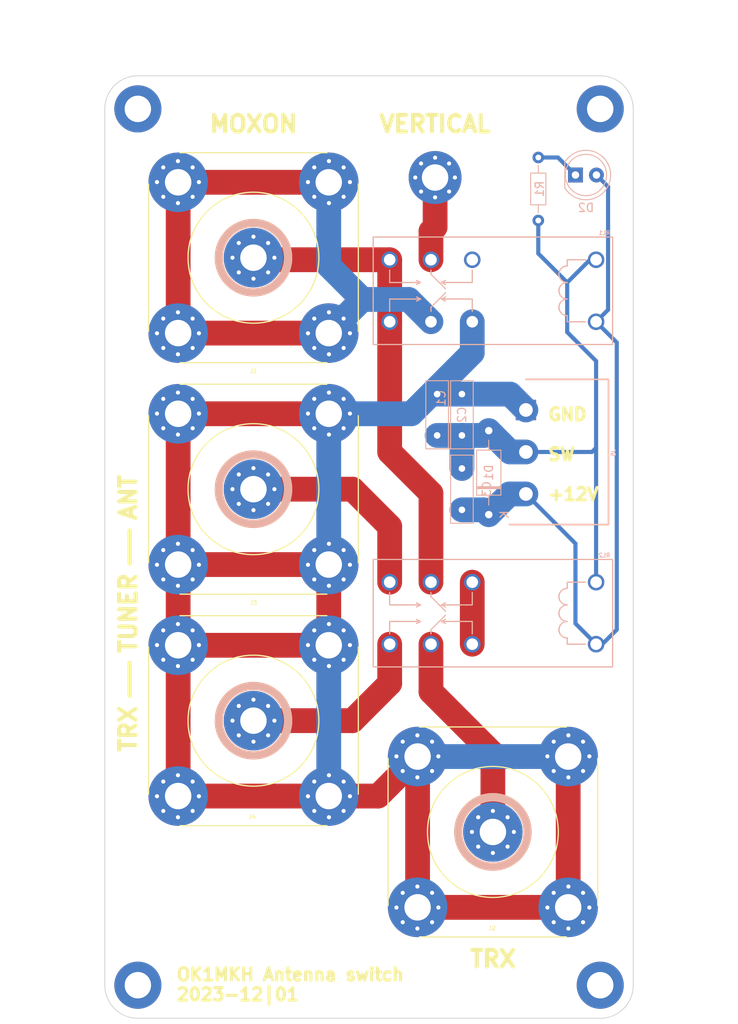
<source format=kicad_pcb>
(kicad_pcb (version 20221018) (generator pcbnew)
  (layers (0 "F.Cu" signal) (31 "B.Cu" signal) (34 "B.Paste" user) (35 "F.Paste" user) (36 "B.SilkS" user "B.Silkscreen") (37 "F.SilkS" user "F.Silkscreen") (38 "B.Mask" user) (39 "F.Mask" user) (44 "Edge.Cuts" user))
  (net 0 "")
  (net 1 "Net-(C1-Pad1)")
  (net 2 "Net-(D1-A)")
  (net 3 "+12V")
  (net 4 "Net-(H1-Pad1)")
  (net 5 "Net-(J1-Pad1)")
  (net 6 "Net-(J1-Pad2)")
  (net 7 "Net-(J2-Pad1)")
  (net 8 "Net-(J3-Pad1)")
  (net 9 "Net-(J4-Pad1)")
  (net 10 "Net-(RL2-Pad2)")
  (net 12 "Net-(D2-K)")
  (footprint "RemoteQTH:PL-SO-239" (layer "F.Cu") (at 46.828427 -22.368427)
    (fp_text reference "J2" (at -0.104 11.644) (layer "F.SilkS") (effects (font (size 0.5 0.5) (thickness 0.1))))
    (fp_text value "Conn_01x02_PL_SO-239")
    (pad "1" thru_hole circle (at -2.54 0) (size 0.7 0.7) (drill 0.5) (layers "*.Cu" "*.Mask") (net 7 "Net-(J2-Pad1)"))
    (pad "1" thru_hole circle (at -1.778 -1.778) (size 0.7 0.7) (drill 0.5) (layers "*.Cu" "*.Mask") (net 7 "Net-(J2-Pad1)"))
    (pad "1" thru_hole circle (at -1.778 1.778) (size 0.7 0.7) (drill 0.5) (layers "*.Cu" "*.Mask") (net 7 "Net-(J2-Pad1)"))
    (pad "1" thru_hole circle (at 0 -2.54) (size 0.7 0.7) (drill 0.5) (layers "*.Cu" "*.Mask") (net 7 "Net-(J2-Pad1)"))
    (pad "1" thru_hole circle (at 0 0) (size 7.2 7.2) (drill 3.2) (layers "*.Cu" "*.Mask") (net 7 "Net-(J2-Pad1)"))
    (pad "1" thru_hole circle (at 0 2.54) (size 0.7 0.7) (drill 0.5) (layers "*.Cu" "*.Mask") (net 7 "Net-(J2-Pad1)"))
    (pad "1" thru_hole circle (at 1.778 -1.778) (size 0.7 0.7) (drill 0.5) (layers "*.Cu" "*.Mask") (net 7 "Net-(J2-Pad1)"))
    (pad "1" thru_hole circle (at 1.778 1.778) (size 0.7 0.7) (drill 0.5) (layers "*.Cu" "*.Mask") (net 7 "Net-(J2-Pad1)"))
    (pad "1" thru_hole circle (at 2.54 0) (size 0.7 0.7) (drill 0.5) (layers "*.Cu" "*.Mask") (net 7 "Net-(J2-Pad1)"))
    (pad "2" thru_hole circle (at -11.684 -9.144) (size 0.7 0.7) (drill 0.5) (layers "*.Cu" "*.Mask") (net 1 "Net-(C1-Pad1)"))
    (pad "2" thru_hole circle (at -11.684 9.144) (size 0.7 0.7) (drill 0.5) (layers "*.Cu" "*.Mask") (net 1 "Net-(C1-Pad1)"))
    (pad "2" thru_hole circle (at -10.922 -10.922) (size 0.7 0.7) (drill 0.5) (layers "*.Cu" "*.Mask") (net 1 "Net-(C1-Pad1)"))
    (pad "2" thru_hole circle (at -10.922 -7.366) (size 0.7 0.7) (drill 0.5) (layers "*.Cu" "*.Mask") (net 1 "Net-(C1-Pad1)"))
    (pad "2" thru_hole circle (at -10.922 7.366) (size 0.7 0.7) (drill 0.5) (layers "*.Cu" "*.Mask") (net 1 "Net-(C1-Pad1)"))
    (pad "2" thru_hole circle (at -10.922 10.922) (size 0.7 0.7) (drill 0.5) (layers "*.Cu" "*.Mask") (net 1 "Net-(C1-Pad1)"))
    (pad "2" thru_hole circle (at -9.144 -11.684) (size 0.7 0.7) (drill 0.5) (layers "*.Cu" "*.Mask") (net 1 "Net-(C1-Pad1)"))
    (pad "2" thru_hole circle (at -9.144 -6.604) (size 0.7 0.7) (drill 0.5) (layers "*.Cu" "*.Mask") (net 1 "Net-(C1-Pad1)"))
    (pad "2" thru_hole circle (at -9.144 6.604) (size 0.7 0.7) (drill 0.5) (layers "*.Cu" "*.Mask") (net 1 "Net-(C1-Pad1)"))
    (pad "2" thru_hole circle (at -9.144 11.684) (size 0.7 0.7) (drill 0.5) (layers "*.Cu" "*.Mask") (net 1 "Net-(C1-Pad1)"))
    (pad "2" thru_hole circle (at -9.12 -9.12) (size 7.2 7.2) (drill 3.2) (layers "*.Cu" "*.Mask") (net 1 "Net-(C1-Pad1)"))
    (pad "2" thru_hole circle (at -9.12 9.12) (size 7.2 7.2) (drill 3.2) (layers "*.Cu" "*.Mask") (net 1 "Net-(C1-Pad1)"))
    (pad "2" thru_hole circle (at -7.366 -10.922) (size 0.7 0.7) (drill 0.5) (layers "*.Cu" "*.Mask") (net 1 "Net-(C1-Pad1)"))
    (pad "2" thru_hole circle (at -7.366 -7.366) (size 0.7 0.7) (drill 0.5) (layers "*.Cu" "*.Mask") (net 1 "Net-(C1-Pad1)"))
    (pad "2" thru_hole circle (at -7.366 7.366) (size 0.7 0.7) (drill 0.5) (layers "*.Cu" "*.Mask") (net 1 "Net-(C1-Pad1)"))
    (pad "2" thru_hole circle (at -7.366 10.922) (size 0.7 0.7) (drill 0.5) (layers "*.Cu" "*.Mask") (net 1 "Net-(C1-Pad1)"))
    (pad "2" thru_hole circle (at -6.604 -9.144) (size 0.7 0.7) (drill 0.5) (layers "*.Cu" "*.Mask") (net 1 "Net-(C1-Pad1)"))
    (pad "2" thru_hole circle (at -6.604 9.144) (size 0.7 0.7) (drill 0.5) (layers "*.Cu" "*.Mask") (net 1 "Net-(C1-Pad1)"))
    (pad "2" thru_hole circle (at 6.604 -9.144) (size 0.7 0.7) (drill 0.5) (layers "*.Cu" "*.Mask") (net 1 "Net-(C1-Pad1)"))
    (pad "2" thru_hole circle (at 6.604 9.144) (size 0.7 0.7) (drill 0.5) (layers "*.Cu" "*.Mask") (net 1 "Net-(C1-Pad1)"))
    (pad "2" thru_hole circle (at 7.366 -10.922) (size 0.7 0.7) (drill 0.5) (layers "*.Cu" "*.Mask") (net 1 "Net-(C1-Pad1)"))
    (pad "2" thru_hole circle (at 7.366 -7.366) (size 0.7 0.7) (drill 0.5) (layers "*.Cu" "*.Mask") (net 1 "Net-(C1-Pad1)"))
    (pad "2" thru_hole circle (at 7.366 7.366) (size 0.7 0.7) (drill 0.5) (layers "*.Cu" "*.Mask") (net 1 "Net-(C1-Pad1)"))
    (pad "2" thru_hole circle (at 7.366 10.922) (size 0.7 0.7) (drill 0.5) (layers "*.Cu" "*.Mask") (net 1 "Net-(C1-Pad1)"))
    (pad "2" thru_hole circle (at 9.12 -9.12) (size 7.2 7.2) (drill 3.2) (layers "*.Cu" "*.Mask") (net 1 "Net-(C1-Pad1)"))
    (pad "2" thru_hole circle (at 9.12 9.12) (size 7.2 7.2) (drill 3.2) (layers "*.Cu" "*.Mask") (net 1 "Net-(C1-Pad1)"))
    (pad "2" thru_hole circle (at 9.144 -11.684) (size 0.7 0.7) (drill 0.5) (layers "*.Cu" "*.Mask") (net 1 "Net-(C1-Pad1)"))
    (pad "2" thru_hole circle (at 9.144 -6.604) (size 0.7 0.7) (drill 0.5) (layers "*.Cu" "*.Mask") (net 1 "Net-(C1-Pad1)"))
    (pad "2" thru_hole circle (at 9.144 6.604) (size 0.7 0.7) (drill 0.5) (layers "*.Cu" "*.Mask") (net 1 "Net-(C1-Pad1)"))
    (pad "2" thru_hole circle (at 9.144 11.684) (size 0.7 0.7) (drill 0.5) (layers "*.Cu" "*.Mask") (net 1 "Net-(C1-Pad1)"))
    (pad "2" thru_hole circle (at 10.922 -10.922) (size 0.7 0.7) (drill 0.5) (layers "*.Cu" "*.Mask") (net 1 "Net-(C1-Pad1)"))
    (pad "2" thru_hole circle (at 10.922 -7.366) (size 0.7 0.7) (drill 0.5) (layers "*.Cu" "*.Mask") (net 1 "Net-(C1-Pad1)"))
    (pad "2" thru_hole circle (at 10.922 7.366) (size 0.7 0.7) (drill 0.5) (layers "*.Cu" "*.Mask") (net 1 "Net-(C1-Pad1)"))
    (pad "2" thru_hole circle (at 10.922 10.922) (size 0.7 0.7) (drill 0.5) (layers "*.Cu" "*.Mask") (net 1 "Net-(C1-Pad1)"))
    (pad "2" thru_hole circle (at 11.684 -9.144) (size 0.7 0.7) (drill 0.5) (layers "*.Cu" "*.Mask") (net 1 "Net-(C1-Pad1)"))
    (pad "2" thru_hole circle (at 11.684 9.144) (size 0.7 0.7) (drill 0.5) (layers "*.Cu" "*.Mask") (net 1 "Net-(C1-Pad1)"))
  )
  (footprint "RemoteQTH:PL-SO-239" (layer "F.Cu") (at 17.828427 -63.828427)
    (fp_text reference "J3" (at 0 13.716) (layer "F.SilkS") (effects (font (size 0.5 0.5) (thickness 0.1))))
    (fp_text value "Conn_01x02_PL_SO-239")
    (pad "1" thru_hole circle (at -2.54 0) (size 0.7 0.7) (drill 0.5) (layers "*.Cu" "*.Mask") (net 8 "Net-(J3-Pad1)"))
    (pad "1" thru_hole circle (at -1.778 -1.778) (size 0.7 0.7) (drill 0.5) (layers "*.Cu" "*.Mask") (net 8 "Net-(J3-Pad1)"))
    (pad "1" thru_hole circle (at -1.778 1.778) (size 0.7 0.7) (drill 0.5) (layers "*.Cu" "*.Mask") (net 8 "Net-(J3-Pad1)"))
    (pad "1" thru_hole circle (at 0 -2.54) (size 0.7 0.7) (drill 0.5) (layers "*.Cu" "*.Mask") (net 8 "Net-(J3-Pad1)"))
    (pad "1" thru_hole circle (at 0 0) (size 7.2 7.2) (drill 3.2) (layers "*.Cu" "*.Mask") (net 8 "Net-(J3-Pad1)"))
    (pad "1" thru_hole circle (at 0 2.54) (size 0.7 0.7) (drill 0.5) (layers "*.Cu" "*.Mask") (net 8 "Net-(J3-Pad1)"))
    (pad "1" thru_hole circle (at 1.778 -1.778) (size 0.7 0.7) (drill 0.5) (layers "*.Cu" "*.Mask") (net 8 "Net-(J3-Pad1)"))
    (pad "1" thru_hole circle (at 1.778 1.778) (size 0.7 0.7) (drill 0.5) (layers "*.Cu" "*.Mask") (net 8 "Net-(J3-Pad1)"))
    (pad "1" thru_hole circle (at 2.54 0) (size 0.7 0.7) (drill 0.5) (layers "*.Cu" "*.Mask") (net 8 "Net-(J3-Pad1)"))
    (pad "2" thru_hole circle (at -11.684 -9.144) (size 0.7 0.7) (drill 0.5) (layers "*.Cu" "*.Mask") (net 1 "Net-(C1-Pad1)"))
    (pad "2" thru_hole circle (at -11.684 9.144) (size 0.7 0.7) (drill 0.5) (layers "*.Cu" "*.Mask") (net 1 "Net-(C1-Pad1)"))
    (pad "2" thru_hole circle (at -10.922 -10.922) (size 0.7 0.7) (drill 0.5) (layers "*.Cu" "*.Mask") (net 1 "Net-(C1-Pad1)"))
    (pad "2" thru_hole circle (at -10.922 -7.366) (size 0.7 0.7) (drill 0.5) (layers "*.Cu" "*.Mask") (net 1 "Net-(C1-Pad1)"))
    (pad "2" thru_hole circle (at -10.922 7.366) (size 0.7 0.7) (drill 0.5) (layers "*.Cu" "*.Mask") (net 1 "Net-(C1-Pad1)"))
    (pad "2" thru_hole circle (at -10.922 10.922) (size 0.7 0.7) (drill 0.5) (layers "*.Cu" "*.Mask") (net 1 "Net-(C1-Pad1)"))
    (pad "2" thru_hole circle (at -9.144 -11.684) (size 0.7 0.7) (drill 0.5) (layers "*.Cu" "*.Mask") (net 1 "Net-(C1-Pad1)"))
    (pad "2" thru_hole circle (at -9.144 -6.604) (size 0.7 0.7) (drill 0.5) (layers "*.Cu" "*.Mask") (net 1 "Net-(C1-Pad1)"))
    (pad "2" thru_hole circle (at -9.144 6.604) (size 0.7 0.7) (drill 0.5) (layers "*.Cu" "*.Mask") (net 1 "Net-(C1-Pad1)"))
    (pad "2" thru_hole circle (at -9.144 11.684) (size 0.7 0.7) (drill 0.5) (layers "*.Cu" "*.Mask") (net 1 "Net-(C1-Pad1)"))
    (pad "2" thru_hole circle (at -9.12 -9.12) (size 7.2 7.2) (drill 3.2) (layers "*.Cu" "*.Mask") (net 1 "Net-(C1-Pad1)"))
    (pad "2" thru_hole circle (at -9.12 9.12) (size 7.2 7.2) (drill 3.2) (layers "*.Cu" "*.Mask") (net 1 "Net-(C1-Pad1)"))
    (pad "2" thru_hole circle (at -7.366 -10.922) (size 0.7 0.7) (drill 0.5) (layers "*.Cu" "*.Mask") (net 1 "Net-(C1-Pad1)"))
    (pad "2" thru_hole circle (at -7.366 -7.366) (size 0.7 0.7) (drill 0.5) (layers "*.Cu" "*.Mask") (net 1 "Net-(C1-Pad1)"))
    (pad "2" thru_hole circle (at -7.366 7.366) (size 0.7 0.7) (drill 0.5) (layers "*.Cu" "*.Mask") (net 1 "Net-(C1-Pad1)"))
    (pad "2" thru_hole circle (at -7.366 10.922) (size 0.7 0.7) (drill 0.5) (layers "*.Cu" "*.Mask") (net 1 "Net-(C1-Pad1)"))
    (pad "2" thru_hole circle (at -6.604 -9.144) (size 0.7 0.7) (drill 0.5) (layers "*.Cu" "*.Mask") (net 1 "Net-(C1-Pad1)"))
    (pad "2" thru_hole circle (at -6.604 9.144) (size 0.7 0.7) (drill 0.5) (layers "*.Cu" "*.Mask") (net 1 "Net-(C1-Pad1)"))
    (pad "2" thru_hole circle (at 6.604 -9.144) (size 0.7 0.7) (drill 0.5) (layers "*.Cu" "*.Mask") (net 1 "Net-(C1-Pad1)"))
    (pad "2" thru_hole circle (at 6.604 9.144) (size 0.7 0.7) (drill 0.5) (layers "*.Cu" "*.Mask") (net 1 "Net-(C1-Pad1)"))
    (pad "2" thru_hole circle (at 7.366 -10.922) (size 0.7 0.7) (drill 0.5) (layers "*.Cu" "*.Mask") (net 1 "Net-(C1-Pad1)"))
    (pad "2" thru_hole circle (at 7.366 -7.366) (size 0.7 0.7) (drill 0.5) (layers "*.Cu" "*.Mask") (net 1 "Net-(C1-Pad1)"))
    (pad "2" thru_hole circle (at 7.366 7.366) (size 0.7 0.7) (drill 0.5) (layers "*.Cu" "*.Mask") (net 1 "Net-(C1-Pad1)"))
    (pad "2" thru_hole circle (at 7.366 10.922) (size 0.7 0.7) (drill 0.5) (layers "*.Cu" "*.Mask") (net 1 "Net-(C1-Pad1)"))
    (pad "2" thru_hole circle (at 9.12 -9.12) (size 7.2 7.2) (drill 3.2) (layers "*.Cu" "*.Mask") (net 1 "Net-(C1-Pad1)"))
    (pad "2" thru_hole circle (at 9.12 9.12) (size 7.2 7.2) (drill 3.2) (layers "*.Cu" "*.Mask") (net 1 "Net-(C1-Pad1)"))
    (pad "2" thru_hole circle (at 9.144 -11.684) (size 0.7 0.7) (drill 0.5) (layers "*.Cu" "*.Mask") (net 1 "Net-(C1-Pad1)"))
    (pad "2" thru_hole circle (at 9.144 -6.604) (size 0.7 0.7) (drill 0.5) (layers "*.Cu" "*.Mask") (net 1 "Net-(C1-Pad1)"))
    (pad "2" thru_hole circle (at 9.144 6.604) (size 0.7 0.7) (drill 0.5) (layers "*.Cu" "*.Mask") (net 1 "Net-(C1-Pad1)"))
    (pad "2" thru_hole circle (at 9.144 11.684) (size 0.7 0.7) (drill 0.5) (layers "*.Cu" "*.Mask") (net 1 "Net-(C1-Pad1)"))
    (pad "2" thru_hole circle (at 10.922 -10.922) (size 0.7 0.7) (drill 0.5) (layers "*.Cu" "*.Mask") (net 1 "Net-(C1-Pad1)"))
    (pad "2" thru_hole circle (at 10.922 -7.366) (size 0.7 0.7) (drill 0.5) (layers "*.Cu" "*.Mask") (net 1 "Net-(C1-Pad1)"))
    (pad "2" thru_hole circle (at 10.922 7.366) (size 0.7 0.7) (drill 0.5) (layers "*.Cu" "*.Mask") (net 1 "Net-(C1-Pad1)"))
    (pad "2" thru_hole circle (at 10.922 10.922) (size 0.7 0.7) (drill 0.5) (layers "*.Cu" "*.Mask") (net 1 "Net-(C1-Pad1)"))
    (pad "2" thru_hole circle (at 11.684 -9.144) (size 0.7 0.7) (drill 0.5) (layers "*.Cu" "*.Mask") (net 1 "Net-(C1-Pad1)"))
    (pad "2" thru_hole circle (at 11.684 9.144) (size 0.7 0.7) (drill 0.5) (layers "*.Cu" "*.Mask") (net 1 "Net-(C1-Pad1)"))
  )
  (footprint "RemoteQTH:MountingHole_3.2mm_M3_ISO7380_Pad" (layer "F.Cu") (at 59.828427 -3.828427)
    (fp_text reference "H2" hide)
    (fp_text value "MEC_MountingHole_3.2mm_M3_ISO7380_Pad")
    (pad "1" thru_hole circle (at 0 0) (size 5.7 5.7) (drill 3.2) (layers "*.Cu" "*.Mask"))
  )
  (footprint "RemoteQTH:PL-SO-239" (layer "F.Cu") (at 17.828427 -91.828427)
    (fp_text reference "J1" (at 0 13.716) (layer "F.SilkS") (effects (font (size 0.5 0.5) (thickness 0.1))))
    (fp_text value "Conn_01x02_PL_SO-239")
    (pad "1" thru_hole circle (at -2.54 0) (size 0.7 0.7) (drill 0.5) (layers "*.Cu" "*.Mask") (net 5 "Net-(J1-Pad1)"))
    (pad "1" thru_hole circle (at -1.778 -1.778) (size 0.7 0.7) (drill 0.5) (layers "*.Cu" "*.Mask") (net 5 "Net-(J1-Pad1)"))
    (pad "1" thru_hole circle (at -1.778 1.778) (size 0.7 0.7) (drill 0.5) (layers "*.Cu" "*.Mask") (net 5 "Net-(J1-Pad1)"))
    (pad "1" thru_hole circle (at 0 -2.54) (size 0.7 0.7) (drill 0.5) (layers "*.Cu" "*.Mask") (net 5 "Net-(J1-Pad1)"))
    (pad "1" thru_hole circle (at 0 0) (size 7.2 7.2) (drill 3.2) (layers "*.Cu" "*.Mask") (net 5 "Net-(J1-Pad1)"))
    (pad "1" thru_hole circle (at 0 2.54) (size 0.7 0.7) (drill 0.5) (layers "*.Cu" "*.Mask") (net 5 "Net-(J1-Pad1)"))
    (pad "1" thru_hole circle (at 1.778 -1.778) (size 0.7 0.7) (drill 0.5) (layers "*.Cu" "*.Mask") (net 5 "Net-(J1-Pad1)"))
    (pad "1" thru_hole circle (at 1.778 1.778) (size 0.7 0.7) (drill 0.5) (layers "*.Cu" "*.Mask") (net 5 "Net-(J1-Pad1)"))
    (pad "1" thru_hole circle (at 2.54 0) (size 0.7 0.7) (drill 0.5) (layers "*.Cu" "*.Mask") (net 5 "Net-(J1-Pad1)"))
    (pad "2" thru_hole circle (at -11.684 -9.144) (size 0.7 0.7) (drill 0.5) (layers "*.Cu" "*.Mask") (net 6 "Net-(J1-Pad2)"))
    (pad "2" thru_hole circle (at -11.684 9.144) (size 0.7 0.7) (drill 0.5) (layers "*.Cu" "*.Mask") (net 6 "Net-(J1-Pad2)"))
    (pad "2" thru_hole circle (at -10.922 -10.922) (size 0.7 0.7) (drill 0.5) (layers "*.Cu" "*.Mask") (net 6 "Net-(J1-Pad2)"))
    (pad "2" thru_hole circle (at -10.922 -7.366) (size 0.7 0.7) (drill 0.5) (layers "*.Cu" "*.Mask") (net 6 "Net-(J1-Pad2)"))
    (pad "2" thru_hole circle (at -10.922 7.366) (size 0.7 0.7) (drill 0.5) (layers "*.Cu" "*.Mask") (net 6 "Net-(J1-Pad2)"))
    (pad "2" thru_hole circle (at -10.922 10.922) (size 0.7 0.7) (drill 0.5) (layers "*.Cu" "*.Mask") (net 6 "Net-(J1-Pad2)"))
    (pad "2" thru_hole circle (at -9.144 -11.684) (size 0.7 0.7) (drill 0.5) (layers "*.Cu" "*.Mask") (net 6 "Net-(J1-Pad2)"))
    (pad "2" thru_hole circle (at -9.144 -6.604) (size 0.7 0.7) (drill 0.5) (layers "*.Cu" "*.Mask") (net 6 "Net-(J1-Pad2)"))
    (pad "2" thru_hole circle (at -9.144 6.604) (size 0.7 0.7) (drill 0.5) (layers "*.Cu" "*.Mask") (net 6 "Net-(J1-Pad2)"))
    (pad "2" thru_hole circle (at -9.144 11.684) (size 0.7 0.7) (drill 0.5) (layers "*.Cu" "*.Mask") (net 6 "Net-(J1-Pad2)"))
    (pad "2" thru_hole circle (at -9.12 -9.12) (size 7.2 7.2) (drill 3.2) (layers "*.Cu" "*.Mask") (net 6 "Net-(J1-Pad2)"))
    (pad "2" thru_hole circle (at -9.12 9.12) (size 7.2 7.2) (drill 3.2) (layers "*.Cu" "*.Mask") (net 6 "Net-(J1-Pad2)"))
    (pad "2" thru_hole circle (at -7.366 -10.922) (size 0.7 0.7) (drill 0.5) (layers "*.Cu" "*.Mask") (net 6 "Net-(J1-Pad2)"))
    (pad "2" thru_hole circle (at -7.366 -7.366) (size 0.7 0.7) (drill 0.5) (layers "*.Cu" "*.Mask") (net 6 "Net-(J1-Pad2)"))
    (pad "2" thru_hole circle (at -7.366 7.366) (size 0.7 0.7) (drill 0.5) (layers "*.Cu" "*.Mask") (net 6 "Net-(J1-Pad2)"))
    (pad "2" thru_hole circle (at -7.366 10.922) (size 0.7 0.7) (drill 0.5) (layers "*.Cu" "*.Mask") (net 6 "Net-(J1-Pad2)"))
    (pad "2" thru_hole circle (at -6.604 -9.144) (size 0.7 0.7) (drill 0.5) (layers "*.Cu" "*.Mask") (net 6 "Net-(J1-Pad2)"))
    (pad "2" thru_hole circle (at -6.604 9.144) (size 0.7 0.7) (drill 0.5) (layers "*.Cu" "*.Mask") (net 6 "Net-(J1-Pad2)"))
    (pad "2" thru_hole circle (at 6.604 -9.144) (size 0.7 0.7) (drill 0.5) (layers "*.Cu" "*.Mask") (net 6 "Net-(J1-Pad2)"))
    (pad "2" thru_hole circle (at 6.604 9.144) (size 0.7 0.7) (drill 0.5) (layers "*.Cu" "*.Mask") (net 6 "Net-(J1-Pad2)"))
    (pad "2" thru_hole circle (at 7.366 -10.922) (size 0.7 0.7) (drill 0.5) (layers "*.Cu" "*.Mask") (net 6 "Net-(J1-Pad2)"))
    (pad "2" thru_hole circle (at 7.366 -7.366) (size 0.7 0.7) (drill 0.5) (layers "*.Cu" "*.Mask") (net 6 "Net-(J1-Pad2)"))
    (pad "2" thru_hole circle (at 7.366 7.366) (size 0.7 0.7) (drill 0.5) (layers "*.Cu" "*.Mask") (net 6 "Net-(J1-Pad2)"))
    (pad "2" thru_hole circle (at 7.366 10.922) (size 0.7 0.7) (drill 0.5) (layers "*.Cu" "*.Mask") (net 6 "Net-(J1-Pad2)"))
    (pad "2" thru_hole circle (at 9.12 -9.12) (size 7.2 7.2) (drill 3.2) (layers "*.Cu" "*.Mask") (net 6 "Net-(J1-Pad2)"))
    (pad "2" thru_hole circle (at 9.12 9.12) (size 7.2 7.2) (drill 3.2) (layers "*.Cu" "*.Mask") (net 6 "Net-(J1-Pad2)"))
    (pad "2" thru_hole circle (at 9.144 -11.684) (size 0.7 0.7) (drill 0.5) (layers "*.Cu" "*.Mask") (net 6 "Net-(J1-Pad2)"))
    (pad "2" thru_hole circle (at 9.144 -6.604) (size 0.7 0.7) (drill 0.5) (layers "*.Cu" "*.Mask") (net 6 "Net-(J1-Pad2)"))
    (pad "2" thru_hole circle (at 9.144 6.604) (size 0.7 0.7) (drill 0.5) (layers "*.Cu" "*.Mask") (net 6 "Net-(J1-Pad2)"))
    (pad "2" thru_hole circle (at 9.144 11.684) (size 0.7 0.7) (drill 0.5) (layers "*.Cu" "*.Mask") (net 6 "Net-(J1-Pad2)"))
    (pad "2" thru_hole circle (at 10.922 -10.922) (size 0.7 0.7) (drill 0.5) (layers "*.Cu" "*.Mask") (net 6 "Net-(J1-Pad2)"))
    (pad "2" thru_hole circle (at 10.922 -7.366) (size 0.7 0.7) (drill 0.5) (layers "*.Cu" "*.Mask") (net 6 "Net-(J1-Pad2)"))
    (pad "2" thru_hole circle (at 10.922 7.366) (size 0.7 0.7) (drill 0.5) (layers "*.Cu" "*.Mask") (net 6 "Net-(J1-Pad2)"))
    (pad "2" thru_hole circle (at 10.922 10.922) (size 0.7 0.7) (drill 0.5) (layers "*.Cu" "*.Mask") (net 6 "Net-(J1-Pad2)"))
    (pad "2" thru_hole circle (at 11.684 -9.144) (size 0.7 0.7) (drill 0.5) (layers "*.Cu" "*.Mask") (net 6 "Net-(J1-Pad2)"))
    (pad "2" thru_hole circle (at 11.684 9.144) (size 0.7 0.7) (drill 0.5) (layers "*.Cu" "*.Mask") (net 6 "Net-(J1-Pad2)"))
  )
  (footprint "RemoteQTH:MountingHole_3.2mm_M3_ISO7380_Pad" (layer "F.Cu") (at 59.828427 -109.828427)
    (fp_text reference "H5" hide)
    (fp_text value "MEC_MountingHole_3.2mm_M3_ISO7380_Pad")
    (pad "1" thru_hole circle (at 0 0) (size 5.7 5.7) (drill 3.2) (layers "*.Cu" "*.Mask"))
  )
  (footprint "RemoteQTH:MountingHole_3.2mm_M3_ISO7380_Pad" (layer "F.Cu") (at 3.828427 -109.828427)
    (fp_text reference "H4" hide)
    (fp_text value "MEC_MountingHole_3.2mm_M3_ISO7380_Pad")
    (pad "1" thru_hole circle (at 0 0) (size 5.7 5.7) (drill 3.2) (layers "*.Cu" "*.Mask"))
  )
  (footprint "RemoteQTH:PL-SO-239" (layer "F.Cu") (at 17.828427 -35.828427)
    (fp_text reference "J4" (at -0.144 11.604) (layer "F.SilkS") (effects (font (size 0.5 0.5) (thickness 0.1))))
    (fp_text value "Conn_01x02_PL_SO-239")
    (pad "1" thru_hole circle (at -2.54 0) (size 0.7 0.7) (drill 0.5) (layers "*.Cu" "*.Mask") (net 9 "Net-(J4-Pad1)"))
    (pad "1" thru_hole circle (at -1.778 -1.778) (size 0.7 0.7) (drill 0.5) (layers "*.Cu" "*.Mask") (net 9 "Net-(J4-Pad1)"))
    (pad "1" thru_hole circle (at -1.778 1.778) (size 0.7 0.7) (drill 0.5) (layers "*.Cu" "*.Mask") (net 9 "Net-(J4-Pad1)"))
    (pad "1" thru_hole circle (at 0 -2.54) (size 0.7 0.7) (drill 0.5) (layers "*.Cu" "*.Mask") (net 9 "Net-(J4-Pad1)"))
    (pad "1" thru_hole circle (at 0 0) (size 7.2 7.2) (drill 3.2) (layers "*.Cu" "*.Mask") (net 9 "Net-(J4-Pad1)"))
    (pad "1" thru_hole circle (at 0 2.54) (size 0.7 0.7) (drill 0.5) (layers "*.Cu" "*.Mask") (net 9 "Net-(J4-Pad1)"))
    (pad "1" thru_hole circle (at 1.778 -1.778) (size 0.7 0.7) (drill 0.5) (layers "*.Cu" "*.Mask") (net 9 "Net-(J4-Pad1)"))
    (pad "1" thru_hole circle (at 1.778 1.778) (size 0.7 0.7) (drill 0.5) (layers "*.Cu" "*.Mask") (net 9 "Net-(J4-Pad1)"))
    (pad "1" thru_hole circle (at 2.54 0) (size 0.7 0.7) (drill 0.5) (layers "*.Cu" "*.Mask") (net 9 "Net-(J4-Pad1)"))
    (pad "2" thru_hole circle (at -11.684 -9.144) (size 0.7 0.7) (drill 0.5) (layers "*.Cu" "*.Mask") (net 1 "Net-(C1-Pad1)"))
    (pad "2" thru_hole circle (at -11.684 9.144) (size 0.7 0.7) (drill 0.5) (layers "*.Cu" "*.Mask") (net 1 "Net-(C1-Pad1)"))
    (pad "2" thru_hole circle (at -10.922 -10.922) (size 0.7 0.7) (drill 0.5) (layers "*.Cu" "*.Mask") (net 1 "Net-(C1-Pad1)"))
    (pad "2" thru_hole circle (at -10.922 -7.366) (size 0.7 0.7) (drill 0.5) (layers "*.Cu" "*.Mask") (net 1 "Net-(C1-Pad1)"))
    (pad "2" thru_hole circle (at -10.922 7.366) (size 0.7 0.7) (drill 0.5) (layers "*.Cu" "*.Mask") (net 1 "Net-(C1-Pad1)"))
    (pad "2" thru_hole circle (at -10.922 10.922) (size 0.7 0.7) (drill 0.5) (layers "*.Cu" "*.Mask") (net 1 "Net-(C1-Pad1)"))
    (pad "2" thru_hole circle (at -9.144 -11.684) (size 0.7 0.7) (drill 0.5) (layers "*.Cu" "*.Mask") (net 1 "Net-(C1-Pad1)"))
    (pad "2" thru_hole circle (at -9.144 -6.604) (size 0.7 0.7) (drill 0.5) (layers "*.Cu" "*.Mask") (net 1 "Net-(C1-Pad1)"))
    (pad "2" thru_hole circle (at -9.144 6.604) (size 0.7 0.7) (drill 0.5) (layers "*.Cu" "*.Mask") (net 1 "Net-(C1-Pad1)"))
    (pad "2" thru_hole circle (at -9.144 11.684) (size 0.7 0.7) (drill 0.5) (layers "*.Cu" "*.Mask") (net 1 "Net-(C1-Pad1)"))
    (pad "2" thru_hole circle (at -9.12 -9.12) (size 7.2 7.2) (drill 3.2) (layers "*.Cu" "*.Mask") (net 1 "Net-(C1-Pad1)"))
    (pad "2" thru_hole circle (at -9.12 9.12) (size 7.2 7.2) (drill 3.2) (layers "*.Cu" "*.Mask") (net 1 "Net-(C1-Pad1)"))
    (pad "2" thru_hole circle (at -7.366 -10.922) (size 0.7 0.7) (drill 0.5) (layers "*.Cu" "*.Mask") (net 1 "Net-(C1-Pad1)"))
    (pad "2" thru_hole circle (at -7.366 -7.366) (size 0.7 0.7) (drill 0.5) (layers "*.Cu" "*.Mask") (net 1 "Net-(C1-Pad1)"))
    (pad "2" thru_hole circle (at -7.366 7.366) (size 0.7 0.7) (drill 0.5) (layers "*.Cu" "*.Mask") (net 1 "Net-(C1-Pad1)"))
    (pad "2" thru_hole circle (at -7.366 10.922) (size 0.7 0.7) (drill 0.5) (layers "*.Cu" "*.Mask") (net 1 "Net-(C1-Pad1)"))
    (pad "2" thru_hole circle (at -6.604 -9.144) (size 0.7 0.7) (drill 0.5) (layers "*.Cu" "*.Mask") (net 1 "Net-(C1-Pad1)"))
    (pad "2" thru_hole circle (at -6.604 9.144) (size 0.7 0.7) (drill 0.5) (layers "*.Cu" "*.Mask") (net 1 "Net-(C1-Pad1)"))
    (pad "2" thru_hole circle (at 6.604 -9.144) (size 0.7 0.7) (drill 0.5) (layers "*.Cu" "*.Mask") (net 1 "Net-(C1-Pad1)"))
    (pad "2" thru_hole circle (at 6.604 9.144) (size 0.7 0.7) (drill 0.5) (layers "*.Cu" "*.Mask") (net 1 "Net-(C1-Pad1)"))
    (pad "2" thru_hole circle (at 7.366 -10.922) (size 0.7 0.7) (drill 0.5) (layers "*.Cu" "*.Mask") (net 1 "Net-(C1-Pad1)"))
    (pad "2" thru_hole circle (at 7.366 -7.366) (size 0.7 0.7) (drill 0.5) (layers "*.Cu" "*.Mask") (net 1 "Net-(C1-Pad1)"))
    (pad "2" thru_hole circle (at 7.366 7.366) (size 0.7 0.7) (drill 0.5) (layers "*.Cu" "*.Mask") (net 1 "Net-(C1-Pad1)"))
    (pad "2" thru_hole circle (at 7.366 10.922) (size 0.7 0.7) (drill 0.5) (layers "*.Cu" "*.Mask") (net 1 "Net-(C1-Pad1)"))
    (pad "2" thru_hole circle (at 9.12 -9.12) (size 7.2 7.2) (drill 3.2) (layers "*.Cu" "*.Mask") (net 1 "Net-(C1-Pad1)"))
    (pad "2" thru_hole circle (at 9.12 9.12) (size 7.2 7.2) (drill 3.2) (layers "*.Cu" "*.Mask") (net 1 "Net-(C1-Pad1)"))
    (pad "2" thru_hole circle (at 9.144 -11.684) (size 0.7 0.7) (drill 0.5) (layers "*.Cu" "*.Mask") (net 1 "Net-(C1-Pad1)"))
    (pad "2" thru_hole circle (at 9.144 -6.604) (size 0.7 0.7) (drill 0.5) (layers "*.Cu" "*.Mask") (net 1 "Net-(C1-Pad1)"))
    (pad "2" thru_hole circle (at 9.144 6.604) (size 0.7 0.7) (drill 0.5) (layers "*.Cu" "*.Mask") (net 1 "Net-(C1-Pad1)"))
    (pad "2" thru_hole circle (at 9.144 11.684) (size 0.7 0.7) (drill 0.5) (layers "*.Cu" "*.Mask") (net 1 "Net-(C1-Pad1)"))
    (pad "2" thru_hole circle (at 10.922 -10.922) (size 0.7 0.7) (drill 0.5) (layers "*.Cu" "*.Mask") (net 1 "Net-(C1-Pad1)"))
    (pad "2" thru_hole circle (at 10.922 -7.366) (size 0.7 0.7) (drill 0.5) (layers "*.Cu" "*.Mask") (net 1 "Net-(C1-Pad1)"))
    (pad "2" thru_hole circle (at 10.922 7.366) (size 0.7 0.7) (drill 0.5) (layers "*.Cu" "*.Mask") (net 1 "Net-(C1-Pad1)"))
    (pad "2" thru_hole circle (at 10.922 10.922) (size 0.7 0.7) (drill 0.5) (layers "*.Cu" "*.Mask") (net 1 "Net-(C1-Pad1)"))
    (pad "2" thru_hole circle (at 11.684 -9.144) (size 0.7 0.7) (drill 0.5) (layers "*.Cu" "*.Mask") (net 1 "Net-(C1-Pad1)"))
    (pad "2" thru_hole circle (at 11.684 9.144) (size 0.7 0.7) (drill 0.5) (layers "*.Cu" "*.Mask") (net 1 "Net-(C1-Pad1)"))
  )
  (footprint "RemoteQTH:MountingHole_3.2mm_M3_ISO7380_Pad" (layer "F.Cu") (at 3.828427 -3.828427)
    (fp_text reference "H3" hide)
    (fp_text value "MEC_MountingHole_3.2mm_M3_ISO7380_Pad")
    (pad "1" thru_hole circle (at 0 0) (size 5.7 5.7) (drill 3.2) (layers "*.Cu" "*.Mask"))
  )
  (footprint "RemoteQTH:MountingHole_3.2mm_M3_Pad_Via" (layer "F.Cu") (at 39.828427 -101.525483)
    (fp_text reference "H1" hide)
    (fp_text value "MEC_MountingHole_3.2mm_M3_Pad_Via")
    (pad "1" thru_hole circle (at -2.4 0) (size 0.6 0.6) (drill 0.5) (layers "*.Cu" "*.Mask") (net 4 "Net-(H1-Pad1)"))
    (pad "1" thru_hole circle (at -1.697056 -1.697056) (size 0.6 0.6) (drill 0.5) (layers "*.Cu" "*.Mask") (net 4 "Net-(H1-Pad1)"))
    (pad "1" thru_hole circle (at -1.697056 1.697056) (size 0.6 0.6) (drill 0.5) (layers "*.Cu" "*.Mask") (net 4 "Net-(H1-Pad1)"))
    (pad "1" thru_hole circle (at 0 -2.4) (size 0.6 0.6) (drill 0.5) (layers "*.Cu" "*.Mask") (net 4 "Net-(H1-Pad1)"))
    (pad "1" thru_hole circle (at 0 0) (size 6.4 6.4) (drill 3.2) (layers "*.Cu" "*.Mask") (net 4 "Net-(H1-Pad1)"))
    (pad "1" thru_hole circle (at 0 2.4) (size 0.6 0.6) (drill 0.5) (layers "*.Cu" "*.Mask") (net 4 "Net-(H1-Pad1)"))
    (pad "1" thru_hole circle (at 1.697056 -1.697056) (size 0.6 0.6) (drill 0.5) (layers "*.Cu" "*.Mask") (net 4 "Net-(H1-Pad1)"))
    (pad "1" thru_hole circle (at 1.697056 1.697056) (size 0.6 0.6) (drill 0.5) (layers "*.Cu" "*.Mask") (net 4 "Net-(H1-Pad1)"))
    (pad "1" thru_hole circle (at 2.4 0) (size 0.6 0.6) (drill 0.5) (layers "*.Cu" "*.Mask") (net 4 "Net-(H1-Pad1)"))
  )
  (footprint "R-THT:R_Axial_DIN0204_L3.6mm_D1.6mm_P7.62mm_Horizontal" (layer "B.Cu") (at 52.328427 -96.328427 90)
    (fp_text reference "R1" (at 3.81 0.15 90) (layer "B.SilkS") (effects (justify mirror)))
    (fp_text value "1k")
    (pad "1" thru_hole circle (at 0 0 90) (size 1.4 1.4) (drill 0.7) (layers "*.Cu" "*.Mask") (net 2 "Net-(D1-A)"))
    (pad "2" thru_hole oval (at 7.62 0 90) (size 1.4 1.4) (drill 0.7) (layers "*.Cu" "*.Mask") (net 12 "Net-(D2-K)"))
  )
  (footprint "RemoteQTH:796638-3" (layer "B.Cu") (at 50.828427 -68.328427 -90)
    (fp_text reference "J5" (at 0.12 -10.6 90) (layer "B.SilkS") (effects (font (size 0.5 0.5) (thickness 0.1)) (justify mirror)))
    (fp_text value "Conn_01x03_5.08mm_Right_terminal_796638-3" hide)
    (pad "1" thru_hole rect (at -5.08 0 90) (size 2.475 2.475) (drill 1.65) (layers "*.Cu" "*.Mask") (net 1 "Net-(C1-Pad1)"))
    (pad "2" thru_hole circle (at 0 0 90) (size 2.475 2.475) (drill 1.65) (layers "*.Cu" "*.Mask") (net 2 "Net-(D1-A)"))
    (pad "3" thru_hole circle (at 5.08 0 90) (size 2.475 2.475) (drill 1.65) (layers "*.Cu" "*.Mask") (net 3 "+12V"))
  )
  (footprint "C-THT:C_Disc_D8.0mm_W2.5mm_P5.00mm" (layer "B.Cu") (at 40.076427 -75.328427 -90)
    (fp_text reference "C2" (at 2.5 -3 90) (layer "B.SilkS") (effects (justify mirror)))
    (fp_text value "C_1n_2kV_1206")
    (pad "1" thru_hole circle (at 0 0 270) (size 1.6 1.6) (drill 0.8) (layers "*.Cu" "*.Mask") (net 1 "Net-(C1-Pad1)"))
    (pad "2" thru_hole circle (at 5 0 270) (size 1.6 1.6) (drill 0.8) (layers "*.Cu" "*.Mask") (net 2 "Net-(D1-A)"))
  )
  (footprint "RemoteQTH:REL_RT4240xx" (layer "B.Cu") (at 59.328427 -48.828427 180)
    (fp_text reference "RL2" (at -1 7 -360) (layer "B.SilkS") (effects (font (size 0.5 0.5) (thickness 0.1)) (justify mirror)))
    (fp_text value "REL_DPDT_2x8A_RT4240xx")
    (pad "1" thru_hole circle (at 0 -3.75 180) (size 2 2) (drill 1.4) (layers "*.Cu" "*.Mask") (net 3 "+12V"))
    (pad "2" thru_hole circle (at 15 3.75 180) (size 2 2) (drill 1.4) (layers "*.Cu" "*.Mask") (net 10 "Net-(RL2-Pad2)"))
    (pad "3" thru_hole circle (at 20 3.75 180) (size 2 2) (drill 1.4) (layers "*.Cu" "*.Mask") (net 5 "Net-(J1-Pad1)"))
    (pad "4" thru_hole circle (at 25 3.75 180) (size 2 2) (drill 1.4) (layers "*.Cu" "*.Mask") (net 8 "Net-(J3-Pad1)"))
    (pad "7" thru_hole circle (at 25 -3.75 180) (size 2 2) (drill 1.4) (layers "*.Cu" "*.Mask") (net 9 "Net-(J4-Pad1)"))
    (pad "8" thru_hole circle (at 20 -3.75 180) (size 2 2) (drill 1.4) (layers "*.Cu" "*.Mask") (net 7 "Net-(J2-Pad1)"))
    (pad "9" thru_hole circle (at 15 -3.75 180) (size 2 2) (drill 1.4) (layers "*.Cu" "*.Mask") (net 10 "Net-(RL2-Pad2)"))
    (pad "10" thru_hole circle (at 0 3.75 180) (size 2 2) (drill 1.4) (layers "*.Cu" "*.Mask") (net 2 "Net-(D1-A)"))
  )
  (footprint "D-THT:D_A-405_P10.16mm_Horizontal" (layer "B.Cu") (at 46.328427 -60.748427 90)
    (fp_text reference "D1" (at 5.08 0 90) (layer "B.SilkS") (effects (justify mirror)))
    (fp_text value "1N4002")
    (fp_text user "K" (at 0 1.9 90) (layer "B.SilkS") (effects (justify mirror)))
    (pad "1" thru_hole rect (at 0 0 90) (size 1.8 1.8) (drill 0.9) (layers "*.Cu" "*.Mask") (net 3 "+12V"))
    (pad "2" thru_hole oval (at 10.16 0 90) (size 1.8 1.8) (drill 0.9) (layers "*.Cu" "*.Mask") (net 2 "Net-(D1-A)"))
  )
  (footprint "RemoteQTH:REL_RT4240xx" (layer "B.Cu") (at 59.328427 -87.828427 180)
    (fp_text reference "RL1" (at -1 7) (layer "B.SilkS") (effects (font (size 0.5 0.5) (thickness 0.1)) (justify mirror)))
    (fp_text value "REL_DPDT_2x8A_RT4240xx")
    (pad "1" thru_hole circle (at 0 -3.75 180) (size 2 2) (drill 1.4) (layers "*.Cu" "*.Mask") (net 3 "+12V"))
    (pad "2" thru_hole circle (at 15 3.75 180) (size 2 2) (drill 1.4) (layers "*.Cu" "*.Mask"))
    (pad "3" thru_hole circle (at 20 3.75 180) (size 2 2) (drill 1.4) (layers "*.Cu" "*.Mask") (net 4 "Net-(H1-Pad1)"))
    (pad "4" thru_hole circle (at 25 3.75 180) (size 2 2) (drill 1.4) (layers "*.Cu" "*.Mask") (net 5 "Net-(J1-Pad1)"))
    (pad "7" thru_hole circle (at 25 -3.75 180) (size 2 2) (drill 1.4) (layers "*.Cu" "*.Mask") (net 5 "Net-(J1-Pad1)"))
    (pad "8" thru_hole circle (at 20 -3.75 180) (size 2 2) (drill 1.4) (layers "*.Cu" "*.Mask") (net 6 "Net-(J1-Pad2)"))
    (pad "9" thru_hole circle (at 15 -3.75 180) (size 2 2) (drill 1.4) (layers "*.Cu" "*.Mask") (net 1 "Net-(C1-Pad1)"))
    (pad "10" thru_hole circle (at 0 3.75 180) (size 2 2) (drill 1.4) (layers "*.Cu" "*.Mask") (net 2 "Net-(D1-A)"))
  )
  (footprint "C-THT:C_Disc_D8.0mm_W2.5mm_P5.00mm" (layer "B.Cu") (at 43.076427 -75.328427 -90)
    (fp_text reference "C1" (at 0.5 2.5 90) (layer "B.SilkS") (effects (justify mirror)))
    (fp_text value "C_1n_2kV_1206")
    (pad "1" thru_hole circle (at 0 0 270) (size 1.6 1.6) (drill 0.8) (layers "*.Cu" "*.Mask") (net 1 "Net-(C1-Pad1)"))
    (pad "2" thru_hole circle (at 5 0 270) (size 1.6 1.6) (drill 0.8) (layers "*.Cu" "*.Mask") (net 2 "Net-(D1-A)"))
  )
  (footprint "LED-THT:LED_D5.0mm" (layer "B.Cu") (at 56.828427 -101.828427)
    (fp_text reference "D2" (at 1.27 3.96) (layer "B.SilkS") (effects (justify mirror)))
    (fp_text value "LED")
    (pad "1" thru_hole rect (at 0 0) (size 1.8 1.8) (drill 0.9) (layers "*.Cu" "*.Mask") (net 12 "Net-(D2-K)"))
    (pad "2" thru_hole circle (at 2.54 0) (size 1.8 1.8) (drill 0.9) (layers "*.Cu" "*.Mask") (net 3 "+12V"))
  )
  (footprint "C-THT:C_Disc_D8.0mm_W2.5mm_P5.00mm" (layer "B.Cu") (at 43.076427 -66.328427 -90)
    (fp_text reference "C3" (at 2.5 -3 90) (layer "B.SilkS") (effects (justify mirror)))
    (fp_text value "C_1n_2kV_1206")
    (pad "1" thru_hole circle (at 0 0 270) (size 1.6 1.6) (drill 0.8) (layers "*.Cu" "*.Mask") (net 2 "Net-(D1-A)"))
    (pad "2" thru_hole circle (at 5 0 270) (size 1.6 1.6) (drill 0.8) (layers "*.Cu" "*.Mask") (net 3 "+12V"))
  )
  (gr_line (start 2.828427 -54.828427) (end 2.828427 -58.828427) (stroke (width 0.5)) (layer "F.SilkS"))
  (gr_line (start 2.828427 -38.828427) (end 2.828427 -42.828427) (stroke (width 0.5)) (layer "F.SilkS"))
  (gr_arc (start 63.828427 -3.828427) (mid 62.656854 -1) (end 59.828427 0.171573) (stroke (width 0.1)) (layer "Edge.Cuts"))
  (gr_line (start 59.828427 0.171573) (end 3.828427 0.171573) (stroke (width 0.1)) (layer "Edge.Cuts"))
  (gr_line (start -0.171573 -3.828427) (end -0.171573 -109.828427) (stroke (width 0.1)) (layer "Edge.Cuts"))
  (gr_arc (start 59.828427 -113.828427) (mid 62.656854 -112.656854) (end 63.828427 -109.828427) (stroke (width 0.1)) (layer "Edge.Cuts"))
  (gr_line (start 59.828427 -113.828427) (end 3.828427 -113.828427) (stroke (width 0.1)) (layer "Edge.Cuts"))
  (gr_arc (start -0.171573 -109.828427) (mid 1 -112.656854) (end 3.828427 -113.828427) (stroke (width 0.1)) (layer "Edge.Cuts"))
  (gr_line (start 63.828427 -109.828427) (end 63.828427 -3.828427) (stroke (width 0.1)) (layer "Edge.Cuts"))
  (gr_arc (start 3.828427 0.171573) (mid 1 -1) (end -0.171573 -3.828427) (stroke (width 0.1)) (layer "Edge.Cuts"))
  (gr_text "VERTICAL" (at 39.828427 -106.828427) (layer "F.SilkS") (effects (font (size 2 2) (thickness 0.5) bold) (justify bottom)))
  (gr_text "TRX" (at 3.828427 -34.828427 90) (layer "F.SilkS") (effects (font (size 2 2) (thickness 0.5) bold) (justify bottom)))
  (gr_text "OK1MKH Antenna switch\n2023-12|01" (at 8.328427 -1.828427) (layer "F.SilkS") (effects (font (size 1.5 1.5) (thickness 0.375) bold) (justify left bottom)))
  (gr_text "ANT" (at 3.828427 -62.828427 90) (layer "F.SilkS") (effects (font (size 2 2) (thickness 0.5) bold) (justify bottom)))
  (gr_text "GND\n\nSW\n\n+12V" (at 53.328427 -62.328427) (layer "F.SilkS") (effects (font (size 1.5 1.5) (thickness 0.375) bold) (justify left bottom)))
  (gr_text "MOXON" (at 17.828427 -106.828427) (layer "F.SilkS") (effects (font (size 2 2) (thickness 0.5) bold) (justify bottom)))
  (gr_text "TUNER" (at 3.828427 -48.828427 90) (layer "F.SilkS") (effects (font (size 2 2) (thickness 0.5) bold) (justify bottom)))
  (gr_text "TRX" (at 46.828427 -5.828427) (layer "F.SilkS") (effects (font (size 2 2) (thickness 0.5) bold) (justify bottom)))
  (segment (start 26.948427 -26.708427) (end 32.928427 -26.708427) (width 3) (layer "F.Cu") (net 1))
  (segment (start 26.948427 -44.948427) (end 8.708427 -44.948427) (width 3) (layer "F.Cu") (net 1))
  (segment (start 8.708427 -54.708427) (end 8.708427 -44.948427) (width 3) (layer "F.Cu") (net 1))
  (segment (start 26.948427 -54.708427) (end 8.708427 -54.708427) (width 3) (layer "F.Cu") (net 1))
  (segment (start 32.928427 -26.708427) (end 37.708427 -31.488427) (width 3) (layer "F.Cu") (net 1))
  (segment (start 37.708427 -31.488427) (end 37.708427 -13.248427) (width 3) (layer "F.Cu") (net 1))
  (segment (start 8.708427 -44.948427) (end 8.708427 -26.708427) (width 3) (layer "F.Cu") (net 1))
  (segment (start 26.948427 -54.708427) (end 26.948427 -44.948427) (width 3) (layer "F.Cu") (net 1))
  (segment (start 8.708427 -72.948427) (end 8.708427 -54.708427) (width 3) (layer "F.Cu") (net 1))
  (segment (start 26.948427 -72.948427) (end 8.708427 -72.948427) (width 3) (layer "F.Cu") (net 1))
  (segment (start 55.948427 -31.488427) (end 55.948427 -13.248427) (width 3) (layer "F.Cu") (net 1))
  (segment (start 26.948427 -26.708427) (end 8.708427 -26.708427) (width 3) (layer "F.Cu") (net 1))
  (segment (start 37.708427 -13.248427) (end 55.948427 -13.248427) (width 3) (layer "F.Cu") (net 1))
  (segment (start 48.908427 -75.328427) (end 50.828427 -73.408427) (width 3) (layer "B.Cu") (net 1))
  (segment (start 36.948427 -72.948427) (end 44.328427 -80.328427) (width 3) (layer "B.Cu") (net 1))
  (segment (start 37.708427 -31.488427) (end 55.948427 -31.488427) (width 3) (layer "B.Cu") (net 1))
  (segment (start 44.328427 -80.328427) (end 44.328427 -84.078427) (width 3) (layer "B.Cu") (net 1))
  (segment (start 43.076427 -75.328427) (end 40.076427 -75.328427) (width 3) (layer "B.Cu") (net 1))
  (segment (start 26.948427 -44.948427) (end 26.948427 -26.708427) (width 3) (layer "B.Cu") (net 1))
  (segment (start 26.948427 -72.948427) (end 26.948427 -54.708427) (width 3) (layer "B.Cu") (net 1))
  (segment (start 26.948427 -72.948427) (end 36.948427 -72.948427) (width 3) (layer "B.Cu") (net 1))
  (segment (start 43.076427 -75.328427) (end 48.908427 -75.328427) (width 3) (layer "B.Cu") (net 1))
  (segment (start 55.828427 -88.828427) (end 58.578427 -91.578427) (width 0.5) (layer "B.Cu") (net 2))
  (segment (start 59.328427 -68.828427) (end 59.328427 -79.328427) (width 0.5) (layer "B.Cu") (net 2))
  (segment (start 40.076427 -70.328427) (end 43.076427 -70.328427) (width 3) (layer "B.Cu") (net 2))
  (segment (start 45.748427 -70.328427) (end 46.328427 -70.908427) (width 3) (layer "B.Cu") (net 2))
  (segment (start 58.828427 -68.328427) (end 59.328427 -68.828427) (width 0.5) (layer "B.Cu") (net 2))
  (segment (start 48.908427 -68.328427) (end 46.328427 -70.908427) (width 3) (layer "B.Cu") (net 2))
  (segment (start 43.076427 -70.328427) (end 45.748427 -70.328427) (width 3) (layer "B.Cu") (net 2))
  (segment (start 50.828427 -68.328427) (end 58.828427 -68.328427) (width 0.5) (layer "B.Cu") (net 2))
  (segment (start 59.328427 -52.578427) (end 59.328427 -68.828427) (width 0.5) (layer "B.Cu") (net 2))
  (segment (start 55.828427 -82.828427) (end 55.828427 -88.828427) (width 0.5) (layer "B.Cu") (net 2))
  (segment (start 55.828427 -88.828427) (end 52.328427 -92.328427) (width 0.5) (layer "B.Cu") (net 2))
  (segment (start 50.828427 -68.328427) (end 48.908427 -68.328427) (width 3) (layer "B.Cu") (net 2))
  (segment (start 43.076427 -66.328427) (end 43.076427 -70.328427) (width 3) (layer "B.Cu") (net 2))
  (segment (start 58.578427 -91.578427) (end 59.328427 -91.578427) (width 0.5) (layer "B.Cu") (net 2))
  (segment (start 52.328427 -92.328427) (end 52.328427 -96.328427) (width 0.5) (layer "B.Cu") (net 2))
  (segment (start 59.328427 -79.328427) (end 55.828427 -82.828427) (width 0.5) (layer "B.Cu") (net 2))
  (segment (start 60.778427 -100.418427) (end 60.778427 -85.528427) (width 0.5) (layer "B.Cu") (net 3))
  (segment (start 43.076427 -61.328427) (end 45.748427 -61.328427) (width 3) (layer "B.Cu") (net 3))
  (segment (start 48.828427 -63.248427) (end 46.328427 -60.748427) (width 3) (layer "B.Cu") (net 3))
  (segment (start 56.828427 -47.578427) (end 59.328427 -45.078427) (width 0.5) (layer "B.Cu") (net 3))
  (segment (start 59.328427 -84.078427) (end 61.828427 -81.578427) (width 0.5) (layer "B.Cu") (net 3))
  (segment (start 59.368427 -101.828427) (end 60.778427 -100.418427) (width 0.5) (layer "B.Cu") (net 3))
  (segment (start 60.778427 -85.528427) (end 59.328427 -84.078427) (width 0.5) (layer "B.Cu") (net 3))
  (segment (start 60.078427 -45.078427) (end 59.328427 -45.078427) (width 0.5) (layer "B.Cu") (net 3))
  (segment (start 61.828427 -46.828427) (end 60.078427 -45.078427) (width 0.5) (layer "B.Cu") (net 3))
  (segment (start 45.748427 -61.328427) (end 46.328427 -60.748427) (width 3) (layer "B.Cu") (net 3))
  (segment (start 50.828427 -63.248427) (end 48.828427 -63.248427) (width 3) (layer "B.Cu") (net 3))
  (segment (start 56.828427 -57.248427) (end 56.828427 -47.578427) (width 0.5) (layer "B.Cu") (net 3))
  (segment (start 61.828427 -81.578427) (end 61.828427 -46.828427) (width 0.5) (layer "B.Cu") (net 3))
  (segment (start 50.828427 -63.248427) (end 56.828427 -57.248427) (width 0.5) (layer "B.Cu") (net 3))
  (segment (start 39.328427 -95.025483) (end 39.828427 -95.525483) (width 3) (layer "F.Cu") (net 4))
  (segment (start 39.328427 -91.578427) (end 39.328427 -95.025483) (width 3) (layer "F.Cu") (net 4))
  (segment (start 39.828427 -95.525483) (end 39.828427 -101.525483) (width 3) (layer "F.Cu") (net 4))
  (segment (start 34.328427 -84.078427) (end 34.328427 -68.328427) (width 3) (layer "F.Cu") (net 5))
  (segment (start 34.328427 -91.578427) (end 34.328427 -84.078427) (width 3) (layer "F.Cu") (net 5))
  (segment (start 34.328427 -68.328427) (end 39.328427 -63.328427) (width 3) (layer "F.Cu") (net 5))
  (segment (start 34.328427 -91.578427) (end 18.078427 -91.578427) (width 3) (layer "F.Cu") (net 5))
  (segment (start 18.078427 -91.578427) (end 17.828427 -91.828427) (width 3) (layer "F.Cu") (net 5))
  (segment (start 39.328427 -63.328427) (end 39.328427 -52.578427) (width 3) (layer "F.Cu") (net 5))
  (segment (start 8.708427 -82.708427) (end 8.708427 -100.948427) (width 3) (layer "F.Cu") (net 6))
  (segment (start 8.708427 -100.948427) (end 26.948427 -100.948427) (width 3) (layer "F.Cu") (net 6))
  (segment (start 26.948427 -82.708427) (end 8.708427 -82.708427) (width 3) (layer "F.Cu") (net 6))
  (segment (start 31.018427 -86.778427) (end 36.628427 -86.778427) (width 3) (layer "B.Cu") (net 6))
  (segment (start 26.948427 -82.708427) (end 31.018427 -86.778427) (width 3) (layer "B.Cu") (net 6))
  (segment (start 31.018427 -86.778427) (end 26.948427 -90.848427) (width 3) (layer "B.Cu") (net 6))
  (segment (start 36.628427 -86.778427) (end 39.328427 -84.078427) (width 3) (layer "B.Cu") (net 6))
  (segment (start 26.948427 -90.848427) (end 26.948427 -100.948427) (width 3) (layer "B.Cu") (net 6))
  (segment (start 39.328427 -39.328427) (end 39.328427 -45.078427) (width 3) (layer "F.Cu") (net 7))
  (segment (start 46.828427 -31.828427) (end 39.328427 -39.328427) (width 3) (layer "F.Cu") (net 7))
  (segment (start 46.828427 -22.368427) (end 46.828427 -31.828427) (width 3) (layer "F.Cu") (net 7))
  (segment (start 34.328427 -59.328427) (end 29.828427 -63.828427) (width 3) (layer "F.Cu") (net 8))
  (segment (start 29.828427 -63.828427) (end 17.828427 -63.828427) (width 3) (layer "F.Cu") (net 8))
  (segment (start 34.328427 -52.578427) (end 34.328427 -59.328427) (width 3) (layer "F.Cu") (net 8))
  (segment (start 34.328427 -45.078427) (end 34.328427 -40.328427) (width 3) (layer "F.Cu") (net 9))
  (segment (start 29.828427 -35.828427) (end 17.828427 -35.828427) (width 3) (layer "F.Cu") (net 9))
  (segment (start 34.328427 -40.328427) (end 29.828427 -35.828427) (width 3) (layer "F.Cu") (net 9))
  (segment (start 44.328427 -52.578427) (end 44.328427 -45.078427) (width 3) (layer "F.Cu") (net 10))
  (segment (start 52.328427 -103.948427) (end 54.708427 -103.948427) (width 0.5) (layer "B.Cu") (net 12))
  (segment (start 54.708427 -103.948427) (end 56.828427 -101.828427) (width 0.5) (layer "B.Cu") (net 12))
)
</source>
